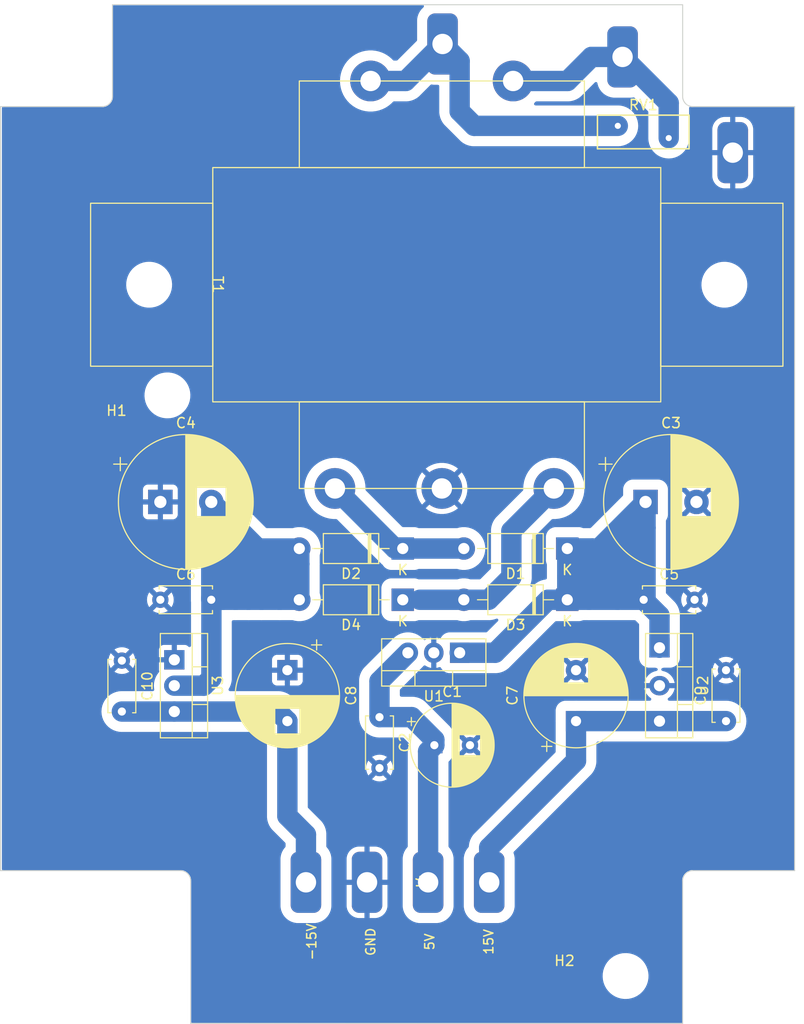
<source format=kicad_pcb>
(kicad_pcb (version 20221018) (generator pcbnew)
  (layers (0 "F.Cu" signal) (31 "B.Cu" signal) (34 "B.Paste" user) (35 "F.Paste" user) (36 "B.SilkS" user "B.Silkscreen") (37 "F.SilkS" user "F.Silkscreen") (38 "B.Mask" user) (39 "F.Mask" user) (44 "Edge.Cuts" user))
  (net 0 "")
  (net 1 "/Ret+")
  (net 2 "GND")
  (net 3 "/15V")
  (net 4 "/-15V")
  (net 5 "5V")
  (net 6 "Net-(D1-A)")
  (net 7 "/Ret-")
  (net 8 "Net-(D3-A)")
  (net 9 "Net-(J1-Pin_1)")
  (net 10 "Net-(J2-Pin_1)")
  (footprint "components:entrada" (layer "F.Cu") (at 118.872 47.498 90)
    (fp_text reference "J2" hide)
    (fp_text value "Conn_01x01_Pin" hide)
    (pad "1" thru_hole roundrect (at 0 0.1 90) (size 6 3) (drill 2) (layers "*.Cu" "*.Mask") (net 10 "Net-(J2-Pin_1)"))
  )
  (footprint "Capacitor_THT:CP_Radial_D13.0mm_P5.00mm" (layer "F.Cu") (at 91.253785 92.456)
    (fp_text reference "C4" (at 2.5 -7.75) (layer "F.SilkS"))
    (fp_text value "470u")
    (pad "1" thru_hole rect (at 0 0) (size 2.4 2.4) (drill 1.2) (layers "*.Cu" "*.Mask") (net 2 "GND"))
    (pad "2" thru_hole circle (at 5 0) (size 2.4 2.4) (drill 1.2) (layers "*.Cu" "*.Mask") (net 7 "/Ret-"))
  )
  (footprint "Capacitor_THT:C_Disc_D5.0mm_W2.5mm_P5.00mm" (layer "F.Cu") (at 112.776 113.578 -90)
    (fp_text reference "C2" (at 2.5 -2.5 90) (layer "F.SilkS"))
    (fp_text value "100n")
    (pad "1" thru_hole circle (at 0 0 270) (size 1.6 1.6) (drill 0.8) (layers "*.Cu" "*.Mask") (net 5 "5V"))
    (pad "2" thru_hole circle (at 5 0 270) (size 1.6 1.6) (drill 0.8) (layers "*.Cu" "*.Mask") (net 2 "GND"))
  )
  (footprint "Capacitor_THT:CP_Radial_D10.0mm_P5.00mm" (layer "F.Cu") (at 132.08 113.97 90)
    (fp_text reference "C7" (at 2.5 -6.25 90) (layer "F.SilkS"))
    (fp_text value "330u")
    (pad "1" thru_hole rect (at 0 0 90) (size 2 2) (drill 1) (layers "*.Cu" "*.Mask") (net 3 "/15V"))
    (pad "2" thru_hole circle (at 5 0 90) (size 2 2) (drill 1) (layers "*.Cu" "*.Mask") (net 2 "GND"))
  )
  (footprint "Diode_THT:D_DO-41_SOD81_P10.16mm_Horizontal" (layer "F.Cu") (at 115.062 102.0572 180)
    (fp_text reference "D4" (at 5.08 -2.47) (layer "F.SilkS"))
    (fp_text value "1N4004")
    (fp_text user "K" (at 0 -2.1) (layer "F.SilkS"))
    (pad "1" thru_hole rect locked (at 0 0 180) (size 2.2 2.2) (drill 1.1) (layers "*.Cu" "*.Mask") (net 8 "Net-(D3-A)"))
    (pad "2" thru_hole oval locked (at 10.16 0 180) (size 2.2 2.2) (drill 1.1) (layers "*.Cu" "*.Mask") (net 7 "/Ret-"))
  )
  (footprint "Capacitor_THT:C_Disc_D5.0mm_W2.5mm_P5.00mm" (layer "F.Cu") (at 87.473 108.03 -90)
    (fp_text reference "C10" (at 2.5 -2.5 90) (layer "F.SilkS"))
    (fp_text value "100n")
    (pad "1" thru_hole circle (at 0 0 270) (size 1.6 1.6) (drill 0.8) (layers "*.Cu" "*.Mask") (net 2 "GND"))
    (pad "2" thru_hole circle (at 5 0 270) (size 1.6 1.6) (drill 0.8) (layers "*.Cu" "*.Mask") (net 4 "/-15V"))
  )
  (footprint "components:parafuso" (layer "F.Cu") (at 130.948 137.994)
    (fp_text reference "H2" (at 0 -0.5 unlocked) (layer "F.SilkS"))
    (fp_text value "MountingHole")
    (pad "" np_thru_hole circle (at 6 1) (size 4 4) (drill 4) (layers "F&B.Cu" "*.Mask"))
  )
  (footprint "Diode_THT:D_DO-41_SOD81_P10.16mm_Horizontal" (layer "F.Cu") (at 115.062 97.028 180)
    (fp_text reference "D2" (at 5.08 -2.47) (layer "F.SilkS"))
    (fp_text value "1N4004")
    (fp_text user "K" (at 0 -2.1) (layer "F.SilkS"))
    (pad "1" thru_hole rect (at 0 0 180) (size 2.2 2.2) (drill 1.1) (layers "*.Cu" "*.Mask") (net 6 "Net-(D1-A)"))
    (pad "2" thru_hole oval (at 10.16 0 180) (size 2.2 2.2) (drill 1.1) (layers "*.Cu" "*.Mask") (net 7 "/Ret-"))
  )
  (footprint "Varistor:RV_Disc_D9mm_W3.3mm_P5mm" (layer "F.Cu") (at 141.184 56.734 180)
    (fp_text reference "RV1" (at 2.5 3.25) (layer "F.SilkS"))
    (fp_text value "Varistor")
    (pad "1" thru_hole circle (at 0 0 180) (size 1.6 1.6) (drill 0.6) (layers "*.Cu" "*.Mask") (net 9 "Net-(J1-Pin_1)"))
    (pad "2" thru_hole circle (at 5 1.2 180) (size 1.6 1.6) (drill 0.6) (layers "*.Cu" "*.Mask") (net 10 "Net-(J2-Pin_1)"))
  )
  (footprint "components:entrada" (layer "F.Cu") (at 147.574 58.166 -90)
    (fp_text reference "J3" hide)
    (fp_text value "Conn_01x01_Pin" hide)
    (pad "1" thru_hole roundrect (at 0 0.1 270) (size 6 3) (drill 2) (layers "*.Cu" "*.Mask") (net 2 "GND"))
  )
  (footprint "Capacitor_THT:CP_Radial_D13.0mm_P5.00mm" (layer "F.Cu") (at 138.908785 92.456)
    (fp_text reference "C3" (at 2.5 -7.75) (layer "F.SilkS"))
    (fp_text value "470u")
    (pad "1" thru_hole rect locked (at 0 0) (size 2.4 2.4) (drill 1.2) (layers "*.Cu" "*.Mask") (net 1 "/Ret+"))
    (pad "2" thru_hole circle locked (at 5 0) (size 2.4 2.4) (drill 1.2) (layers "*.Cu" "*.Mask") (net 2 "GND"))
  )
  (footprint "components:conector_saida" (layer "F.Cu") (at 111.5536 129.794 90)
    (fp_text reference "J4" (at 0 5.4 90 unlocked) (layer "F.SilkS"))
    (fp_text value "Conn_01x04_Male")
    (pad "1" thru_hole roundrect (at 0 -6 90) (size 6 3) (drill 2) (layers "*.Cu" "*.Mask") (net 4 "/-15V"))
    (pad "2" thru_hole roundrect (at 0 0 90) (size 6 3) (drill 2) (layers "*.Cu" "*.Mask") (net 2 "GND"))
    (pad "3" thru_hole roundrect (at 0 6 90) (size 6 3) (drill 2) (layers "*.Cu" "*.Mask") (net 5 "5V"))
    (pad "4" thru_hole roundrect (at 0 12 90) (size 6 3) (drill 2) (layers "*.Cu" "*.Mask") (net 3 "/15V"))
  )
  (footprint "components:entrada" (layer "F.Cu") (at 136.552 48.768 90)
    (fp_text reference "J1" hide)
    (fp_text value "Conn_01x01_Pin" hide)
    (pad "1" thru_hole roundrect (at 0 0.1 90) (size 6 3) (drill 2) (layers "*.Cu" "*.Mask") (net 9 "Net-(J1-Pin_1)"))
  )
  (footprint "components:parafuso" (layer "F.Cu") (at 86.948 83.994)
    (fp_text reference "H1" (at 0 -0.5 unlocked) (layer "F.SilkS"))
    (fp_text value "MountingHole")
    (pad "" np_thru_hole circle (at 5 -2) (size 4 4) (drill 4) (layers "F&B.Cu" "*.Mask"))
  )
  (footprint "Capacitor_THT:C_Disc_D5.0mm_W2.5mm_P5.00mm" (layer "F.Cu") (at 146.812 113.97 90)
    (fp_text reference "C9" (at 2.5 -2.5 90) (layer "F.SilkS"))
    (fp_text value "100n")
    (pad "1" thru_hole circle (at 0 0 90) (size 1.6 1.6) (drill 0.8) (layers "*.Cu" "*.Mask") (net 3 "/15V"))
    (pad "2" thru_hole circle (at 5 0 90) (size 1.6 1.6) (drill 0.8) (layers "*.Cu" "*.Mask") (net 2 "GND"))
  )
  (footprint "Diode_THT:D_DO-41_SOD81_P10.16mm_Horizontal" (layer "F.Cu") (at 131.221 102.0572 180)
    (fp_text reference "D3" (at 5.08 -2.47) (layer "F.SilkS"))
    (fp_text value "1N4004")
    (fp_text user "K" (at 0 -2.1) (layer "F.SilkS"))
    (pad "1" thru_hole rect (at 0 0 180) (size 2.2 2.2) (drill 1.1) (layers "*.Cu" "*.Mask") (net 1 "/Ret+"))
    (pad "2" thru_hole oval (at 10.16 0 180) (size 2.2 2.2) (drill 1.1) (layers "*.Cu" "*.Mask") (net 8 "Net-(D3-A)"))
  )
  (footprint "Diode_THT:D_DO-41_SOD81_P10.16mm_Horizontal" (layer "F.Cu") (at 131.221 97.028 180)
    (fp_text reference "D1" (at 5.08 -2.47) (layer "F.SilkS"))
    (fp_text value "1N4004")
    (fp_text user "K" (at 0 -2.1) (layer "F.SilkS"))
    (pad "1" thru_hole rect (at 0 0 180) (size 2.2 2.2) (drill 1.1) (layers "*.Cu" "*.Mask") (net 1 "/Ret+"))
    (pad "2" thru_hole oval (at 10.16 0 180) (size 2.2 2.2) (drill 1.1) (layers "*.Cu" "*.Mask") (net 6 "Net-(D1-A)"))
  )
  (footprint "Capacitor_THT:CP_Radial_D10.0mm_P5.00mm" (layer "F.Cu") (at 103.729 108.97 -90)
    (fp_text reference "C8" (at 2.5 -6.25 90) (layer "F.SilkS"))
    (fp_text value "330u")
    (pad "1" thru_hole rect (at 0 0 270) (size 2 2) (drill 1) (layers "*.Cu" "*.Mask") (net 2 "GND"))
    (pad "2" thru_hole circle (at 5 0 270) (size 2 2) (drill 1) (layers "*.Cu" "*.Mask") (net 4 "/-15V"))
  )
  (footprint "Package_TO_SOT_THT:TO-220-3_Vertical" (layer "F.Cu") (at 120.65 107.259 180)
    (fp_text reference "U1" (at 2.54 -4.27) (layer "F.SilkS"))
    (fp_text value "LM7805_TO220")
    (pad "1" thru_hole rect (at 0 0 180) (size 1.905 2) (drill 1.1) (layers "*.Cu" "*.Mask") (net 1 "/Ret+"))
    (pad "2" thru_hole oval (at 2.54 0 180) (size 1.905 2) (drill 1.1) (layers "*.Cu" "*.Mask") (net 2 "GND"))
    (pad "3" thru_hole oval (at 5.08 0 180) (size 1.905 2) (drill 1.1) (layers "*.Cu" "*.Mask") (net 5 "5V"))
  )
  (footprint "components:transformador" (layer "F.Cu") (at 96.402 71.13 -90)
    (fp_text reference "T1" (at 0 -0.5 -90 unlocked) (layer "F.SilkS"))
    (fp_text value "Transformer_1P_SS")
    (pad "" np_thru_hole circle (at 0 -50.25 270) (size 4 4) (drill 4) (layers "F&B.Cu" "*.Mask"))
    (pad "" np_thru_hole circle (at 0 6.25 270) (size 4 4) (drill 4) (layers "F&B.Cu" "*.Mask"))
    (pad "1" thru_hole circle (at -20 -29.5 270) (size 4 4) (drill 2) (layers "*.Cu" "*.Mask") (net 9 "Net-(J1-Pin_1)"))
    (pad "2" thru_hole circle (at -20 -15.5 270) (size 4 4) (drill 2) (layers "*.Cu" "*.Mask") (net 10 "Net-(J2-Pin_1)"))
    (pad "3" thru_hole circle (at 20 -33.5 270) (size 4 4) (drill 2) (layers "*.Cu" "*.Mask") (net 8 "Net-(D3-A)"))
    (pad "4" thru_hole circle (at 20 -22.5 270) (size 4 4) (drill 2) (layers "*.Cu" "*.Mask") (net 2 "GND"))
    (pad "5" thru_hole circle (at 20 -12 270) (size 4 4) (drill 2) (layers "*.Cu" "*.Mask") (net 6 "Net-(D1-A)"))
  )
  (footprint "Capacitor_THT:CP_Radial_D8.0mm_P3.50mm" (layer "F.Cu") (at 118.166 116.332)
    (fp_text reference "C1" (at 1.75 -5.25) (layer "F.SilkS"))
    (fp_text value "100u")
    (pad "1" thru_hole rect (at 0 0) (size 1.6 1.6) (drill 0.8) (layers "*.Cu" "*.Mask") (net 5 "5V"))
    (pad "2" thru_hole circle (at 3.5 0) (size 1.6 1.6) (drill 0.8) (layers "*.Cu" "*.Mask") (net 2 "GND"))
  )
  (footprint "Capacitor_THT:C_Disc_D5.0mm_W2.5mm_P5.00mm" (layer "F.Cu") (at 91.253785 102.0572)
    (fp_text reference "C6" (at 2.5 -2.5) (layer "F.SilkS"))
    (fp_text value "100n")
    (pad "1" thru_hole circle (at 0 0) (size 1.6 1.6) (drill 0.8) (layers "*.Cu" "*.Mask") (net 2 "GND"))
    (pad "2" thru_hole circle (at 5 0) (size 1.6 1.6) (drill 0.8) (layers "*.Cu" "*.Mask") (net 7 "/Ret-"))
  )
  (footprint "Package_TO_SOT_THT:TO-220-3_Vertical" (layer "F.Cu") (at 140.279 107.95 -90)
    (fp_text reference "U2" (at 2.54 -4.27 90) (layer "F.SilkS"))
    (fp_text value "LM7815_TO220")
    (pad "1" thru_hole rect locked (at -1.18 0 270) (size 1.905 2) (drill 1.1) (layers "*.Cu" "*.Mask") (net 1 "/Ret+"))
    (pad "2" thru_hole oval locked (at 2.54 0 270) (size 1.905 2) (drill 1.1) (layers "*.Cu" "*.Mask") (net 2 "GND"))
    (pad "3" thru_hole oval locked (at 6.02 0 270) (size 1.905 2) (drill 1.1) (layers "*.Cu" "*.Mask") (net 3 "/15V"))
  )
  (footprint "Capacitor_THT:C_Disc_D5.0mm_W2.5mm_P5.00mm" (layer "F.Cu") (at 138.724 102.0572)
    (fp_text reference "C5" (at 2.5 -2.5) (layer "F.SilkS"))
    (fp_text value "100n")
    (pad "1" thru_hole circle (at 0 0) (size 1.6 1.6) (drill 0.8) (layers "*.Cu" "*.Mask") (net 1 "/Ret+"))
    (pad "2" thru_hole circle (at 5 0) (size 1.6 1.6) (drill 0.8) (layers "*.Cu" "*.Mask") (net 2 "GND"))
  )
  (footprint "Package_TO_SOT_THT:TO-220-3_Vertical" (layer "F.Cu") (at 92.624 107.95 -90)
    (fp_text reference "U3" (at 2.54 -4.27 90) (layer "F.SilkS"))
    (fp_text value "LM7915_TO220")
    (pad "1" thru_hole rect locked (at 0 0 270) (size 1.905 2) (drill 1.1) (layers "*.Cu" "*.Mask") (net 2 "GND"))
    (pad "2" thru_hole oval locked (at 2.54 0 270) (size 1.905 2) (drill 1.1) (layers "*.Cu" "*.Mask") (net 7 "/Ret-"))
    (pad "3" thru_hole oval locked (at 5.08 0 270) (size 1.905 2) (drill 1.1) (layers "*.Cu" "*.Mask") (net 4 "/-15V"))
  )
  (gr_arc (start 143.5536 53.645) (mid 142.846494 53.352106) (end 142.5536 52.645) (stroke (width 0.1)) (layer "Edge.Cuts"))
  (gr_line (start 94.234 129.54) (end 94.234 143.645) (stroke (width 0.1)) (layer "Edge.Cuts"))
  (gr_line (start 75.5536 53.645) (end 75.5536 128.645) (stroke (width 0.1)) (layer "Edge.Cuts"))
  (gr_line (start 142.5536 52.615) (end 142.5536 43.645) (stroke (width 0.1)) (layer "Edge.Cuts"))
  (gr_line (start 153.5536 53.645) (end 143.3576 53.645) (stroke (width 0.1)) (layer "Edge.Cuts"))
  (gr_line (start 153.5536 128.645) (end 153.5536 53.645) (stroke (width 0.1)) (layer "Edge.Cuts"))
  (gr_line (start 86.5536 52.615) (end 86.5536 43.645) (stroke (width 0.1)) (layer "Edge.Cuts"))
  (gr_line (start 75.5536 128.645) (end 93.218 128.645) (stroke (width 0.1)) (layer "Edge.Cuts"))
  (gr_line locked (start 86.5536 43.645) (end 142.5536 43.645) (stroke (width 0.1)) (layer "Edge.Cuts"))
  (gr_arc (start 142.5536 129.645) (mid 142.846493 128.937894) (end 143.5536 128.645) (stroke (width 0.1)) (layer "Edge.Cuts"))
  (gr_line (start 143.3576 128.645) (end 153.5536 128.645) (stroke (width 0.1)) (layer "Edge.Cuts"))
  (gr_line (start 94.234 143.645) (end 142.5536 143.645) (stroke (width 0.1)) (layer "Edge.Cuts"))
  (gr_line (start 142.5536 129.645) (end 142.5536 143.645) (stroke (width 0.1)) (layer "Edge.Cuts"))
  (gr_arc (start 86.5536 52.645) (mid 86.260707 53.352106) (end 85.5536 53.645) (stroke (width 0.1)) (layer "Edge.Cuts"))
  (gr_arc (start 93.234 128.645) (mid 93.941106 128.937893) (end 94.234 129.645) (stroke (width 0.1)) (layer "Edge.Cuts"))
  (gr_line (start 85.6996 53.645) (end 75.5536 53.645) (stroke (width 0.1)) (layer "Edge.Cuts"))
  (gr_text "-15V\n\n\n\nGND\n\n\n\n5V\n\n\n\n15V" (at 114.808 135.636 90) (layer "F.SilkS") (effects (font (size 0.9 0.9))))
  (segment (start 138.908785 92.456) (end 138.908785 94.996) (width 2) (layer "B.Cu") (net 1))
  (segment (start 133.35 102.0572) (end 133.35 101.951) (width 2) (layer "B.Cu") (net 1))
  (segment (start 131.221 99.822) (end 131.221 102.0572) (width 2) (layer "B.Cu") (net 1))
  (segment (start 131.847585 102.0572) (end 137.272393 96.632393) (width 2) (layer "B.Cu") (net 1))
  (segment (start 137.0784 100.4116) (end 138.724 102.0572) (width 2) (layer "B.Cu") (net 1))
  (segment (start 133.35 102.0572) (end 136.144 102.0572) (width 2) (layer "B.Cu") (net 1))
  (segment (start 137.272393 96.632393) (end 137.0784 96.826386) (width 2) (layer "B.Cu") (net 1))
  (segment (start 131.221 102.0572) (end 131.847585 102.0572) (width 2) (layer "B.Cu") (net 1))
  (segment (start 140.279 106.77) (end 140.279 103.6122) (width 2) (layer "B.Cu") (net 1))
  (segment (start 131.221 97.028) (end 131.221 99.822) (width 2) (layer "B.Cu") (net 1))
  (segment (start 134.336785 97.028) (end 138.908785 92.456) (width 2) (layer "B.Cu") (net 1))
  (segment (start 124.135 107.259) (end 129.3368 102.0572) (width 2) (layer "B.Cu") (net 1))
  (segment (start 131.221 97.028) (end 131.221 97.1342) (width 2) (layer "B.Cu") (net 1))
  (segment (start 138.908785 101.872415) (end 138.724 102.0572) (width 2) (layer "B.Cu") (net 1))
  (segment (start 137.0784 96.826386) (end 137.0784 100.4116) (width 2) (layer "B.Cu") (net 1))
  (segment (start 131.221 97.028) (end 133.6948 97.028) (width 2) (layer "B.Cu") (net 1))
  (segment (start 129.3368 102.0572) (end 131.221 102.0572) (width 2) (layer "B.Cu") (net 1))
  (segment (start 137.272393 96.632393) (end 138.908785 94.996) (width 2) (layer "B.Cu") (net 1))
  (segment (start 131.221 102.0572) (end 133.35 102.0572) (width 2) (layer "B.Cu") (net 1))
  (segment (start 133.35 101.951) (end 131.221 99.822) (width 2) (layer "B.Cu") (net 1))
  (segment (start 140.279 103.6122) (end 138.724 102.0572) (width 2) (layer "B.Cu") (net 1))
  (segment (start 136.144 102.0572) (end 138.724 102.0572) (width 2) (layer "B.Cu") (net 1))
  (segment (start 133.6948 97.028) (end 137.0784 100.4116) (width 2) (layer "B.Cu") (net 1))
  (segment (start 131.221 97.1342) (end 136.144 102.0572) (width 2) (layer "B.Cu") (net 1))
  (segment (start 120.65 107.259) (end 124.135 107.259) (width 2) (layer "B.Cu") (net 1))
  (segment (start 138.908785 94.996) (end 138.908785 101.872415) (width 2) (layer "B.Cu") (net 1))
  (segment (start 131.221 97.028) (end 134.336785 97.028) (width 2) (layer "B.Cu") (net 1))
  (segment (start 123.5536 126.3824) (end 132.08 117.856) (width 2) (layer "B.Cu") (net 3))
  (segment (start 146.812 113.97) (end 132.08 113.97) (width 2) (layer "B.Cu") (net 3))
  (segment (start 132.08 117.856) (end 132.08 113.97) (width 2) (layer "B.Cu") (net 3))
  (segment (start 123.5536 129.794) (end 123.5536 126.3824) (width 2) (layer "B.Cu") (net 3))
  (segment (start 87.473 113.03) (end 92.624 113.03) (width 2) (layer "B.Cu") (net 4))
  (segment (start 105.5536 125.1116) (end 105.5536 129.794) (width 2) (layer "B.Cu") (net 4))
  (segment (start 103.729 113.97) (end 103.729 123.287) (width 2) (layer "B.Cu") (net 4))
  (segment (start 103.729 123.287) (end 105.5536 125.1116) (width 2) (layer "B.Cu") (net 4))
  (segment (start 102.789 113.03) (end 103.729 113.97) (width 2) (layer "B.Cu") (net 4))
  (segment (start 92.624 113.03) (end 102.789 113.03) (width 2) (layer "B.Cu") (net 4))
  (segment (start 112.776 110.053) (end 115.57 107.259) (width 2) (layer "B.Cu") (net 5))
  (segment (start 117.5536 129.794) (end 117.5536 116.9444) (width 2) (layer "B.Cu") (net 5))
  (segment (start 117.5536 116.9444) (end 118.166 116.332) (width 2) (layer "B.Cu") (net 5))
  (segment (start 112.776 113.578) (end 112.776 110.053) (width 2) (layer "B.Cu") (net 5))
  (segment (start 118.166 115.801849) (end 115.942151 113.578) (width 2) (layer "B.Cu") (net 5))
  (segment (start 115.942151 113.578) (end 112.776 113.578) (width 2) (layer "B.Cu") (net 5))
  (segment (start 118.166 116.332) (end 118.166 115.801849) (width 2) (layer "B.Cu") (net 5))
  (segment (start 108.402 91.13) (end 114.3 97.028) (width 2) (layer "B.Cu") (net 6))
  (segment (start 114.3 97.028) (end 121.061 97.028) (width 2) (layer "B.Cu") (net 6))
  (segment (start 97.379 93.581215) (end 97.379 102.0572) (width 2) (layer "B.Cu") (net 7))
  (segment (start 96.266 102.069415) (end 96.253785 102.0572) (width 2) (layer "B.Cu") (net 7))
  (segment (start 97.379 102.0572) (end 98.649 102.0572) (width 2) (layer "B.Cu") (net 7))
  (segment (start 92.624 110.49) (end 95.529 110.49) (width 2) (layer "B.Cu") (net 7))
  (segment (start 97.379 93.581215) (end 98.649 94.851215) (width 2) (layer "B.Cu") (net 7))
  (segment (start 101.189 102.0572) (end 101.189 97.391215) (width 2) (layer "B.Cu") (net 7))
  (segment (start 96.253785 92.456) (end 97.379 93.581215) (width 2) (layer "B.Cu") (net 7))
  (segment (start 102.967 98.806) (end 102.713 98.552) (width 2) (layer "B.Cu") (net 7))
  (segment (start 104.902 98.552) (end 104.902 102.0572) (width 2) (layer "B.Cu") (net 7))
  (segment (start 96.266 109.753) (end 96.266 102.069415) (width 2) (layer "B.Cu") (net 7))
  (segment (start 98.649 102.0572) (end 99.919 102.0572) (width 2) (layer "B.Cu") (net 7))
  (segment (start 104.902 97.028) (end 100.825785 97.028) (width 2) (layer "B.Cu") (net 7))
  (segment (start 96.43857 102.0572) (end 97.379 102.0572) (width 2) (layer "B.Cu") (net 7))
  (segment (start 98.649 94.851215) (end 100.825785 97.028) (width 2) (layer "B.Cu") (net 7))
  (segment (start 104.902 97.028) (end 104.902 98.552) (width 2) (layer "B.Cu") (net 7))
  (segment (start 102.713 98.552) (end 104.902 98.552) (width 2) (layer "B.Cu") (net 7))
  (segment (start 96.253785 92.456) (end 96.253785 101.872415) (width 2) (layer "B.Cu") (net 7))
  (segment (start 95.529 110.49) (end 96.266 109.753) (width 2) (layer "B.Cu") (net 7))
  (segment (start 101.189 102.0572) (end 102.967 102.0572) (width 2) (layer "B.Cu") (net 7))
  (segment (start 96.253785 101.872415) (end 96.43857 102.0572) (width 2) (layer "B.Cu") (net 7))
  (segment (start 99.919 102.0572) (end 99.919 97.934785) (width 2) (layer "B.Cu") (net 7))
  (segment (start 101.189 97.391215) (end 100.825785 97.028) (width 2) (layer "B.Cu") (net 7))
  (segment (start 99.919 97.934785) (end 100.825785 97.028) (width 2) (layer "B.Cu") (net 7))
  (segment (start 102.967 102.0572) (end 102.967 98.806) (width 2) (layer "B.Cu") (net 7))
  (segment (start 102.967 102.0572) (end 104.902 102.0572) (width 2) (layer "B.Cu") (net 7))
  (segment (start 98.649 102.0572) (end 98.649 94.851215) (width 2) (layer "B.Cu") (net 7))
  (segment (start 99.919 102.0572) (end 101.189 102.0572) (width 2) (layer "B.Cu") (net 7))
  (segment (start 129.902 91.13) (end 125.73 95.302) (width 2) (layer "B.Cu") (net 8))
  (segment (start 116.743 102.0572) (end 121.061 102.0572) (width 2) (layer "B.Cu") (net 8))
  (segment (start 125.73 99.822) (end 123.4948 102.0572) (width 2) (layer "B.Cu") (net 8))
  (segment (start 123.4948 102.0572) (end 121.061 102.0572) (width 2) (layer "B.Cu") (net 8))
  (segment (start 125.73 95.302) (end 125.73 99.822) (width 2) (layer "B.Cu") (net 8))
  (segment (start 131.242 51.13) (end 133.604 48.768) (width 2) (layer "B.Cu") (net 9))
  (segment (start 141.184 53.3) (end 136.652 48.768) (width 2) (layer "B.Cu") (net 9))
  (segment (start 141.184 56.734) (end 141.184 53.3) (width 2) (layer "B.Cu") (net 9))
  (segment (start 133.604 48.768) (end 136.652 48.768) (width 2) (layer "B.Cu") (net 9))
  (segment (start 125.902 51.13) (end 131.242 51.13) (width 2) (layer "B.Cu") (net 9))
  (segment (start 120.65 54.102) (end 122.082 55.534) (width 2) (layer "B.Cu") (net 10))
  (segment (start 115.34 51.13) (end 118.972 47.498) (width 2) (layer "B.Cu") (net 10))
  (segment (start 122.082 55.534) (end 136.184 55.534) (width 2) (layer "B.Cu") (net 10))
  (segment (start 118.972 47.498) (end 120.65 49.176) (width 2) (layer "B.Cu") (net 10))
  (segment (start 120.65 49.176) (end 120.65 54.102) (width 2) (layer "B.Cu") (net 10))
  (segment (start 111.902 51.13) (end 115.34 51.13) (width 2) (layer "B.Cu") (net 10))
  (zone (net 2) (net_name "GND") (layer "B.Cu") (name "GND") (connect_pads (clearance 1)) (min_thickness 0.3) (fill yes (thermal_gap 0.508) (thermal_bridge_width 0.508))
    (polygon (pts (xy 75.692 143.5724) (xy 75.692 43.18) (xy 154.418463 43.18) (xy 154.476118 143.658283)))
  )
)
</source>
